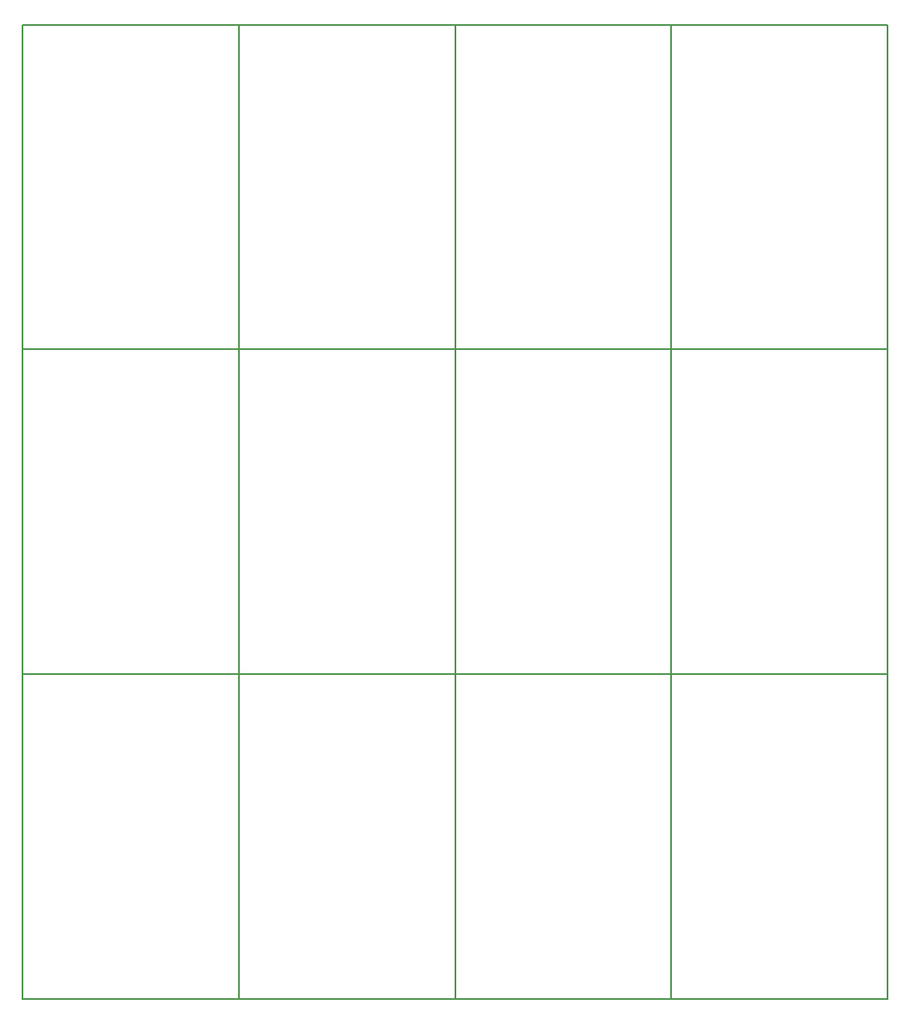
<source format=gbr>
G04 #@! TF.FileFunction,Other,User*
%FSLAX46Y46*%
G04 Gerber Fmt 4.6, Leading zero omitted, Abs format (unit mm)*
G04 Created by KiCad (PCBNEW 4.0.2-stable) date 11/12/2017 10:54:44 AM*
%MOMM*%
G01*
G04 APERTURE LIST*
%ADD10C,0.100000*%
%ADD11C,0.150000*%
G04 APERTURE END LIST*
D10*
D11*
X102000000Y-111000000D02*
X102000000Y-144000000D01*
X124000000Y-111000000D02*
X124000000Y-144000000D01*
X124000000Y-144000000D02*
X124000000Y-111000000D01*
X124000000Y-144000000D02*
X102000000Y-144000000D01*
X102000000Y-144000000D02*
X80000000Y-144000000D01*
X80000000Y-144000000D02*
X80000000Y-111000000D01*
X102000000Y-144000000D02*
X102000000Y-111000000D01*
X102000000Y-111000000D02*
X124000000Y-111000000D01*
X124000000Y-111000000D02*
X102000000Y-111000000D01*
X80000000Y-111000000D02*
X102000000Y-111000000D01*
X102000000Y-111000000D02*
X80000000Y-111000000D01*
X146000000Y-144000000D02*
X146000000Y-111000000D01*
X146000000Y-144000000D02*
X124000000Y-144000000D01*
X146000000Y-111000000D02*
X146000000Y-144000000D01*
X168000000Y-144000000D02*
X146000000Y-144000000D01*
X168000000Y-111000000D02*
X168000000Y-144000000D01*
X168000000Y-111000000D02*
X146000000Y-111000000D01*
X124000000Y-111000000D02*
X146000000Y-111000000D01*
X146000000Y-111000000D02*
X168000000Y-111000000D01*
X146000000Y-111000000D02*
X124000000Y-111000000D01*
X146000000Y-78000000D02*
X146000000Y-111000000D01*
X168000000Y-111000000D02*
X146000000Y-111000000D01*
X168000000Y-78000000D02*
X168000000Y-111000000D01*
X146000000Y-78000000D02*
X168000000Y-78000000D01*
X124000000Y-111000000D02*
X102000000Y-111000000D01*
X102000000Y-111000000D02*
X80000000Y-111000000D01*
X80000000Y-111000000D02*
X80000000Y-78000000D01*
X80000000Y-78000000D02*
X102000000Y-78000000D01*
X102000000Y-78000000D02*
X102000000Y-111000000D01*
X102000000Y-78000000D02*
X124000000Y-78000000D01*
X102000000Y-111000000D02*
X102000000Y-78000000D01*
X124000000Y-78000000D02*
X146000000Y-78000000D01*
X124000000Y-111000000D02*
X124000000Y-78000000D01*
X146000000Y-111000000D02*
X146000000Y-78000000D01*
X146000000Y-111000000D02*
X124000000Y-111000000D01*
X124000000Y-78000000D02*
X124000000Y-111000000D01*
X146000000Y-78000000D02*
X146000000Y-45000000D01*
X124000000Y-78000000D02*
X124000000Y-45000000D01*
X124000000Y-45000000D02*
X146000000Y-45000000D01*
X146000000Y-45000000D02*
X146000000Y-78000000D01*
X168000000Y-78000000D02*
X146000000Y-78000000D01*
X168000000Y-45000000D02*
X168000000Y-78000000D01*
X146000000Y-45000000D02*
X168000000Y-45000000D01*
X146000000Y-78000000D02*
X124000000Y-78000000D01*
X124000000Y-78000000D02*
X102000000Y-78000000D01*
X102000000Y-78000000D02*
X102000000Y-45000000D01*
X102000000Y-45000000D02*
X124000000Y-45000000D01*
X124000000Y-45000000D02*
X124000000Y-78000000D01*
X80000000Y-78000000D02*
X80000000Y-45000000D01*
X102000000Y-78000000D02*
X80000000Y-78000000D01*
X102000000Y-45000000D02*
X102000000Y-78000000D01*
X80000000Y-45000000D02*
X102000000Y-45000000D01*
M02*

</source>
